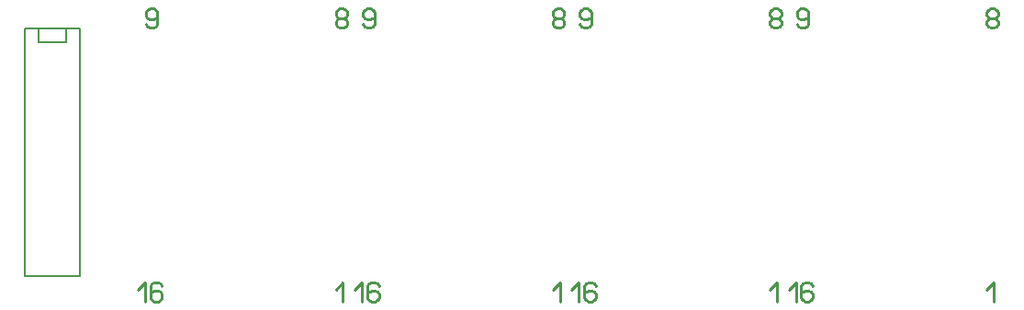
<source format=gbr>
%FSLAX34Y34*%
%MOMM*%
%LNSILK_TOP*%
G71*
G01*
%ADD10C, 0.222*%
%ADD11C, 0.150*%
%LPD*%
G54D10*
X870000Y38611D02*
X876667Y45278D01*
X876667Y27500D01*
G54D10*
X876667Y288889D02*
X874000Y288889D01*
X871333Y290000D01*
X870000Y292222D01*
X870000Y294444D01*
X871333Y296667D01*
X874000Y297778D01*
X876667Y297778D01*
X879333Y296667D01*
X880667Y294444D01*
X880667Y292222D01*
X879333Y290000D01*
X876667Y288889D01*
X879333Y287778D01*
X880667Y285556D01*
X880667Y283333D01*
X879333Y281111D01*
X876667Y280000D01*
X874000Y280000D01*
X871333Y281111D01*
X870000Y283333D01*
X870000Y285556D01*
X871333Y287778D01*
X874000Y288889D01*
G54D10*
X695000Y283333D02*
X696333Y281111D01*
X699000Y280000D01*
X701667Y280000D01*
X704333Y281111D01*
X705667Y283333D01*
X705667Y288889D01*
X705667Y290000D01*
X701667Y287778D01*
X699000Y287778D01*
X696333Y288889D01*
X695000Y291111D01*
X695000Y294444D01*
X696333Y296667D01*
X699000Y297778D01*
X701667Y297778D01*
X704333Y296667D01*
X705667Y294444D01*
X705667Y288889D01*
G54D10*
X687500Y38611D02*
X694167Y45278D01*
X694167Y27500D01*
G54D10*
X709723Y41945D02*
X708389Y44167D01*
X705723Y45278D01*
X703056Y45278D01*
X700389Y44167D01*
X699056Y41945D01*
X699056Y36389D01*
X699056Y35278D01*
X703056Y37500D01*
X705723Y37500D01*
X708389Y36389D01*
X709723Y34167D01*
X709723Y30833D01*
X708389Y28611D01*
X705723Y27500D01*
X703056Y27500D01*
X700389Y28611D01*
X699056Y30833D01*
X699056Y36389D01*
G54D10*
X670000Y38612D02*
X676667Y45278D01*
X676667Y27500D01*
G54D10*
X676667Y288889D02*
X674000Y288889D01*
X671333Y290000D01*
X670000Y292222D01*
X670000Y294444D01*
X671333Y296667D01*
X674000Y297778D01*
X676667Y297778D01*
X679333Y296667D01*
X680667Y294444D01*
X680667Y292222D01*
X679333Y290000D01*
X676667Y288889D01*
X679333Y287778D01*
X680667Y285556D01*
X680667Y283333D01*
X679333Y281111D01*
X676667Y280000D01*
X674000Y280000D01*
X671333Y281111D01*
X670000Y283333D01*
X670000Y285556D01*
X671333Y287778D01*
X674000Y288889D01*
G54D10*
X495000Y283333D02*
X496333Y281111D01*
X499000Y280000D01*
X501667Y280000D01*
X504333Y281111D01*
X505667Y283333D01*
X505667Y288889D01*
X505667Y290000D01*
X501667Y287778D01*
X499000Y287778D01*
X496333Y288889D01*
X495000Y291111D01*
X495000Y294444D01*
X496333Y296667D01*
X499000Y297778D01*
X501667Y297778D01*
X504333Y296667D01*
X505667Y294444D01*
X505667Y288889D01*
G54D10*
X487500Y38612D02*
X494167Y45278D01*
X494167Y27500D01*
G54D10*
X509723Y41945D02*
X508389Y44167D01*
X505723Y45278D01*
X503056Y45278D01*
X500389Y44167D01*
X499056Y41945D01*
X499056Y36389D01*
X499056Y35278D01*
X503056Y37500D01*
X505723Y37500D01*
X508389Y36389D01*
X509723Y34167D01*
X509723Y30834D01*
X508389Y28612D01*
X505723Y27500D01*
X503056Y27500D01*
X500389Y28612D01*
X499056Y30834D01*
X499056Y36389D01*
G54D10*
X470000Y38612D02*
X476667Y45278D01*
X476667Y27500D01*
G54D10*
X476667Y288889D02*
X474000Y288889D01*
X471333Y290000D01*
X470000Y292222D01*
X470000Y294444D01*
X471333Y296667D01*
X474000Y297778D01*
X476667Y297778D01*
X479333Y296667D01*
X480667Y294444D01*
X480667Y292222D01*
X479333Y290000D01*
X476667Y288889D01*
X479333Y287778D01*
X480667Y285556D01*
X480667Y283333D01*
X479333Y281111D01*
X476667Y280000D01*
X474000Y280000D01*
X471333Y281111D01*
X470000Y283333D01*
X470000Y285556D01*
X471333Y287778D01*
X474000Y288889D01*
G54D10*
X295000Y283333D02*
X296333Y281111D01*
X299000Y280000D01*
X301667Y280000D01*
X304333Y281111D01*
X305667Y283333D01*
X305667Y288889D01*
X305667Y290000D01*
X301667Y287778D01*
X299000Y287778D01*
X296333Y288889D01*
X295000Y291111D01*
X295000Y294444D01*
X296333Y296667D01*
X299000Y297778D01*
X301667Y297778D01*
X304333Y296667D01*
X305667Y294444D01*
X305667Y288889D01*
G54D10*
X287500Y38612D02*
X294167Y45278D01*
X294167Y27500D01*
G54D10*
X309723Y41945D02*
X308389Y44167D01*
X305723Y45278D01*
X303056Y45278D01*
X300389Y44167D01*
X299056Y41945D01*
X299056Y36389D01*
X299056Y35278D01*
X303056Y37500D01*
X305723Y37500D01*
X308389Y36389D01*
X309723Y34167D01*
X309723Y30834D01*
X308389Y28612D01*
X305723Y27500D01*
X303056Y27500D01*
X300389Y28612D01*
X299056Y30834D01*
X299056Y36389D01*
G54D10*
X1070000Y38612D02*
X1076667Y45278D01*
X1076667Y27500D01*
G54D10*
X1076667Y288889D02*
X1074000Y288889D01*
X1071333Y290000D01*
X1070000Y292222D01*
X1070000Y294444D01*
X1071333Y296667D01*
X1074000Y297778D01*
X1076667Y297778D01*
X1079333Y296667D01*
X1080667Y294444D01*
X1080667Y292222D01*
X1079333Y290000D01*
X1076667Y288889D01*
X1079333Y287778D01*
X1080667Y285556D01*
X1080667Y283333D01*
X1079333Y281111D01*
X1076667Y280000D01*
X1074000Y280000D01*
X1071333Y281111D01*
X1070000Y283333D01*
X1070000Y285556D01*
X1071333Y287778D01*
X1074000Y288889D01*
G54D10*
X895000Y283333D02*
X896333Y281111D01*
X899000Y280000D01*
X901667Y280000D01*
X904333Y281111D01*
X905667Y283333D01*
X905667Y288889D01*
X905667Y290000D01*
X901667Y287778D01*
X899000Y287778D01*
X896333Y288889D01*
X895000Y291111D01*
X895000Y294444D01*
X896333Y296667D01*
X899000Y297778D01*
X901667Y297778D01*
X904333Y296667D01*
X905667Y294444D01*
X905667Y288889D01*
G54D10*
X887500Y38612D02*
X894167Y45278D01*
X894167Y27500D01*
G54D10*
X909723Y41945D02*
X908389Y44167D01*
X905723Y45278D01*
X903056Y45278D01*
X900389Y44167D01*
X899056Y41945D01*
X899056Y36389D01*
X899056Y35278D01*
X903056Y37500D01*
X905723Y37500D01*
X908389Y36389D01*
X909723Y34167D01*
X909723Y30834D01*
X908389Y28612D01*
X905723Y27500D01*
X903056Y27500D01*
X900389Y28612D01*
X899056Y30834D01*
X899056Y36389D01*
G54D11*
X234500Y279900D02*
X183700Y279900D01*
X183700Y51300D01*
X234500Y51300D01*
X234500Y279900D01*
G54D11*
X221800Y279900D02*
X196400Y279900D01*
X196400Y267200D01*
X221800Y267200D01*
X221800Y279900D01*
M02*

</source>
